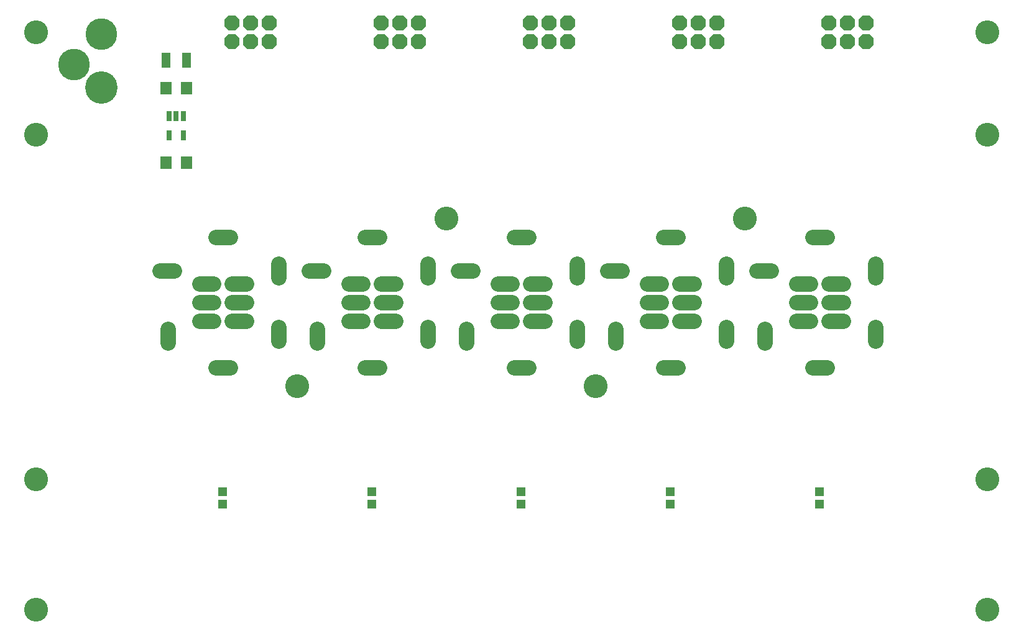
<source format=gbs>
G75*
G70*
%OFA0B0*%
%FSLAX24Y24*%
%IPPOS*%
%LPD*%
%AMOC8*
5,1,8,0,0,1.08239X$1,22.5*
%
%ADD10R,0.0631X0.0710*%
%ADD11C,0.1740*%
%ADD12C,0.1700*%
%ADD13OC8,0.0820*%
%ADD14R,0.0474X0.0513*%
%ADD15C,0.1280*%
%ADD16R,0.0474X0.0789*%
%ADD17R,0.0297X0.0552*%
%ADD18C,0.0820*%
D10*
X008609Y025660D03*
X009711Y025660D03*
X009711Y029660D03*
X008609Y029660D03*
D11*
X005160Y029696D03*
D12*
X003679Y030947D03*
X005150Y032579D03*
D13*
X012160Y032160D03*
X012160Y033160D03*
X013160Y033160D03*
X013160Y032160D03*
X014160Y032160D03*
X014160Y033160D03*
X020160Y033160D03*
X021160Y033160D03*
X021160Y032160D03*
X020160Y032160D03*
X022160Y032160D03*
X022160Y033160D03*
X028160Y033160D03*
X028160Y032160D03*
X029160Y032160D03*
X029160Y033160D03*
X030160Y033160D03*
X030160Y032160D03*
X036160Y032160D03*
X036160Y033160D03*
X037160Y033160D03*
X037160Y032160D03*
X038160Y032160D03*
X038160Y033160D03*
X044160Y033160D03*
X044160Y032160D03*
X045160Y032160D03*
X046160Y032160D03*
X046160Y033160D03*
X045160Y033160D03*
D14*
X043660Y007995D03*
X043660Y007325D03*
X035660Y007325D03*
X035660Y007995D03*
X027660Y007995D03*
X027660Y007325D03*
X019660Y007325D03*
X019660Y007995D03*
X011660Y007995D03*
X011660Y007325D03*
D15*
X001660Y001660D03*
X001660Y008660D03*
X015660Y013660D03*
X023660Y022660D03*
X031660Y013660D03*
X039660Y022660D03*
X052660Y027160D03*
X052660Y032660D03*
X052660Y008660D03*
X052660Y001660D03*
X001660Y027160D03*
X001660Y032660D03*
D16*
X008609Y031160D03*
X009711Y031160D03*
D17*
X009534Y028172D03*
X009160Y028172D03*
X008786Y028172D03*
X008786Y027148D03*
X009534Y027148D03*
D18*
X011290Y021660D02*
X012030Y021660D01*
X014660Y020230D02*
X014660Y019490D01*
X016290Y019860D02*
X017030Y019860D01*
X018420Y019160D02*
X019160Y019160D01*
X020160Y019160D02*
X020900Y019160D01*
X020900Y018160D02*
X020160Y018160D01*
X020160Y017160D02*
X020900Y017160D01*
X019160Y017160D02*
X018420Y017160D01*
X018420Y018160D02*
X019160Y018160D01*
X016710Y016730D02*
X016710Y015990D01*
X014660Y016090D02*
X014660Y016830D01*
X012900Y017160D02*
X012160Y017160D01*
X012160Y018160D02*
X012900Y018160D01*
X012900Y019160D02*
X012160Y019160D01*
X011160Y019160D02*
X010420Y019160D01*
X010420Y018160D02*
X011160Y018160D01*
X011160Y017160D02*
X010420Y017160D01*
X008710Y016730D02*
X008710Y015990D01*
X011290Y014660D02*
X012030Y014660D01*
X019290Y014660D02*
X020030Y014660D01*
X022660Y016090D02*
X022660Y016830D01*
X024710Y016730D02*
X024710Y015990D01*
X026420Y017160D02*
X027160Y017160D01*
X028160Y017160D02*
X028900Y017160D01*
X028900Y018160D02*
X028160Y018160D01*
X027160Y018160D02*
X026420Y018160D01*
X026420Y019160D02*
X027160Y019160D01*
X028160Y019160D02*
X028900Y019160D01*
X030660Y019490D02*
X030660Y020230D01*
X032290Y019860D02*
X033030Y019860D01*
X034420Y019160D02*
X035160Y019160D01*
X036160Y019160D02*
X036900Y019160D01*
X036900Y018160D02*
X036160Y018160D01*
X036160Y017160D02*
X036900Y017160D01*
X035160Y017160D02*
X034420Y017160D01*
X034420Y018160D02*
X035160Y018160D01*
X032710Y016730D02*
X032710Y015990D01*
X030660Y016090D02*
X030660Y016830D01*
X028030Y014660D02*
X027290Y014660D01*
X022660Y019490D02*
X022660Y020230D01*
X024290Y019860D02*
X025030Y019860D01*
X027290Y021660D02*
X028030Y021660D01*
X035290Y021660D02*
X036030Y021660D01*
X038660Y020230D02*
X038660Y019490D01*
X040290Y019860D02*
X041030Y019860D01*
X042420Y019160D02*
X043160Y019160D01*
X044160Y019160D02*
X044900Y019160D01*
X044900Y018160D02*
X044160Y018160D01*
X044160Y017160D02*
X044900Y017160D01*
X043160Y017160D02*
X042420Y017160D01*
X042420Y018160D02*
X043160Y018160D01*
X040710Y016730D02*
X040710Y015990D01*
X038660Y016090D02*
X038660Y016830D01*
X036030Y014660D02*
X035290Y014660D01*
X043290Y014660D02*
X044030Y014660D01*
X046660Y016090D02*
X046660Y016830D01*
X046660Y019490D02*
X046660Y020230D01*
X044030Y021660D02*
X043290Y021660D01*
X020030Y021660D02*
X019290Y021660D01*
X009030Y019860D02*
X008290Y019860D01*
M02*

</source>
